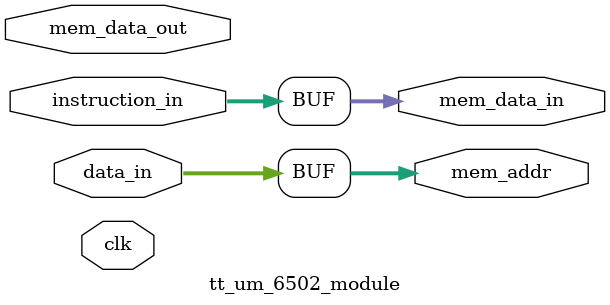
<source format=v>
/*
 * Copyright (c) 2024 Sanjay Jayaram, Sri Charan Tandepalli, Dennis Chen
 * SPDX-License-Identifier: Apache-2.0
 */

`default_nettype none

module tt_um_6502_module(
    input  wire [7:0] data_in, 
    input  wire [7:0] instruction_in,
    output wire [7:0] mem_addr,
    output wire [7:0] mem_data_in,
    input  wire [7:0] mem_data_out,
    input wire clk
);

  reg [7:0] A;
  reg [7:0] X,Y;
  reg [15:0] PC;
  reg [7:0] S;
  reg [5:0] P;
  
  assign mem_addr = data_in;
  assign mem_data_in = instruction_in;

endmodule

</source>
